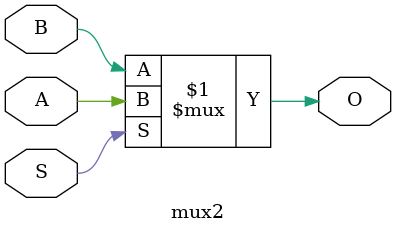
<source format=v>
module mux2 (input A, input B, input S, output O);

    assign O = S ? A : B;
    
endmodule
</source>
